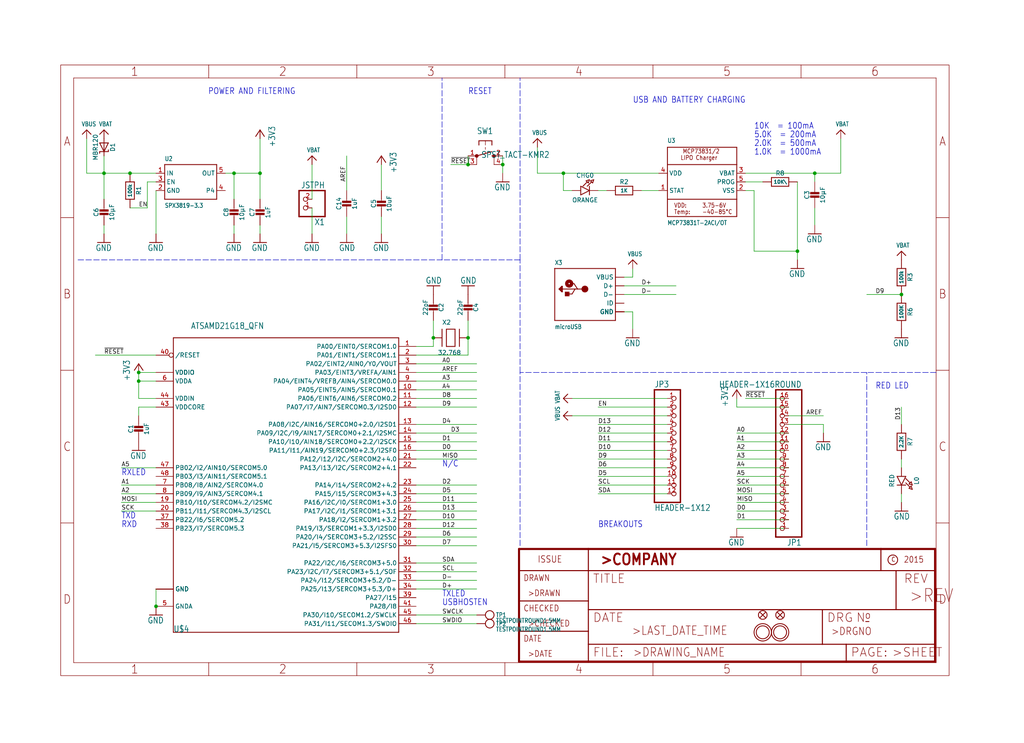
<source format=kicad_sch>
(kicad_sch (version 20211123) (generator eeschema)
  (paper "User" 300.076 217.881)
  (lib_symbols
    (symbol "eagleSchem-eagle-import:+3V3" (power)
      (property "Value" "+3V3" (at -2.54 -5.08 90))
      (symbol "+3V3_1_0"
        (pin power_in line (at 0 -2.54 90) (length 2.54) (name "+3V3") (number "1"))
      )
    )
    (symbol "eagleSchem-eagle-import:ATSAMD21J_QFN"
      (property "Value" "ATSAMD21J_QFN" (at -15.24 40.64 0))
      (symbol "ATSAMD21J_QFN_1_0"
        (pin bidirectional line (at 50.8 35.56 180) (length 5.08) (name "PA00/EINT0/SERCOM1.0") (number "1"))
        (pin bidirectional line (at 50.8 22.86 180) (length 5.08) (name "PA05/EINT5/AIN5/SERCOM0.1") (number "10"))
        (pin bidirectional line (at 50.8 20.32 180) (length 5.08) (name "PA06/EINT6/AIN6/SERCOM0.2") (number "11"))
        (pin bidirectional line (at 50.8 17.78 180) (length 5.08) (name "PA07/I7/AIN7/SERCOM0.3/I2SD0") (number "12"))
        (pin bidirectional line (at 50.8 12.7 180) (length 5.08) (name "PA08/I2C/AIN16/SERCOM0+2.0/I2SD1") (number "13"))
        (pin bidirectional line (at 50.8 10.16 180) (length 5.08) (name "PA09/I2C/I9/AIN17/SERCOM0+2.1/I2SMC") (number "14"))
        (pin bidirectional line (at 50.8 7.62 180) (length 5.08) (name "PA10/I10/AIN18/SERCOM0+2.2/I2SCK") (number "15"))
        (pin bidirectional line (at 50.8 5.08 180) (length 5.08) (name "PA11/I11/AIN19/SERCOM0+2.3/I2SF0") (number "16"))
        (pin power_in line (at -25.4 27.94 0) (length 5.08) (name "VDDIO") (number "17"))
        (pin power_in line (at -25.4 -35.56 0) (length 5.08) (name "GND") (number "18"))
        (pin bidirectional line (at -25.4 -10.16 0) (length 5.08) (name "PB10/I10/SERCOM4.2/I2SMC") (number "19"))
        (pin bidirectional line (at 50.8 33.02 180) (length 5.08) (name "PA01/EINT1/SERCOM1.1") (number "2"))
        (pin bidirectional line (at -25.4 -12.7 0) (length 5.08) (name "PB11/I11/SERCOM4.3/I2SCL") (number "20"))
        (pin bidirectional line (at 50.8 2.54 180) (length 5.08) (name "PA12/I12/I2C/SERCOM2+4.0") (number "21"))
        (pin bidirectional line (at 50.8 0 180) (length 5.08) (name "PA13/I13/I2C/SERCOM2+4.1") (number "22"))
        (pin bidirectional line (at 50.8 -5.08 180) (length 5.08) (name "PA14/I14/SERCOM2+4.2") (number "23"))
        (pin bidirectional line (at 50.8 -7.62 180) (length 5.08) (name "PA15/I15/SERCOM3+4.3") (number "24"))
        (pin bidirectional line (at 50.8 -10.16 180) (length 5.08) (name "PA16/I2C/I0/SERCOM1+3.0") (number "25"))
        (pin bidirectional line (at 50.8 -12.7 180) (length 5.08) (name "PA17/I2C/I1/SERCOM1+3.1") (number "26"))
        (pin bidirectional line (at 50.8 -15.24 180) (length 5.08) (name "PA18/I2/SERCOM1+3.2") (number "27"))
        (pin bidirectional line (at 50.8 -17.78 180) (length 5.08) (name "PA19/I3/SERCOM1+3.3/I2SD0") (number "28"))
        (pin bidirectional line (at 50.8 -20.32 180) (length 5.08) (name "PA20/I4/SERCOM3+5.2/I2SSC") (number "29"))
        (pin bidirectional line (at 50.8 30.48 180) (length 5.08) (name "PA02/EINT2/AIN0/Y0/VOUT") (number "3"))
        (pin bidirectional line (at 50.8 -22.86 180) (length 5.08) (name "PA21/I5/SERCOM3+5.3/I2SFS0") (number "30"))
        (pin bidirectional line (at 50.8 -27.94 180) (length 5.08) (name "PA22/I2C/I6/SERCOM3+5.0") (number "31"))
        (pin bidirectional line (at 50.8 -30.48 180) (length 5.08) (name "PA23/I2C/I7/SERCOM3+5.1/SOF") (number "32"))
        (pin bidirectional line (at 50.8 -33.02 180) (length 5.08) (name "PA24/I12/SERCOM3+5.2/D-") (number "33"))
        (pin bidirectional line (at 50.8 -35.56 180) (length 5.08) (name "PA25/I13/SERCOM3+5.3/D+") (number "34"))
        (pin power_in line (at -25.4 -35.56 0) (length 5.08) (name "GND") (number "35"))
        (pin power_in line (at -25.4 27.94 0) (length 5.08) (name "VDDIO") (number "36"))
        (pin bidirectional line (at -25.4 -15.24 0) (length 5.08) (name "PB22/I6/SERCOM5.2") (number "37"))
        (pin bidirectional line (at -25.4 -17.78 0) (length 5.08) (name "PB23/I7/SERCOM5.3") (number "38"))
        (pin bidirectional line (at 50.8 -38.1 180) (length 5.08) (name "PA27/I15") (number "39"))
        (pin bidirectional line (at 50.8 27.94 180) (length 5.08) (name "PA03/EINT3/VREFA/AIN1") (number "4"))
        (pin bidirectional inverted (at -25.4 33.02 0) (length 5.08) (name "/RESET") (number "40"))
        (pin bidirectional line (at 50.8 -40.64 180) (length 5.08) (name "PA28/I8") (number "41"))
        (pin power_in line (at -25.4 -35.56 0) (length 5.08) (name "GND") (number "42"))
        (pin power_in line (at -25.4 17.78 0) (length 5.08) (name "VDDCORE") (number "43"))
        (pin power_in line (at -25.4 20.32 0) (length 5.08) (name "VDDIN") (number "44"))
        (pin bidirectional line (at 50.8 -43.18 180) (length 5.08) (name "PA30/I10/SECOM1.2/SWCLK") (number "45"))
        (pin bidirectional line (at 50.8 -45.72 180) (length 5.08) (name "PA31/I11/SECOM1.3/SWDIO") (number "46"))
        (pin bidirectional line (at -25.4 0 0) (length 5.08) (name "PB02/I2/AIN10/SERCOM5.0") (number "47"))
        (pin bidirectional line (at -25.4 -2.54 0) (length 5.08) (name "PB03/I3/AIN11/SERCOM5.1") (number "48"))
        (pin power_in line (at -25.4 -40.64 0) (length 5.08) (name "GNDA") (number "5"))
        (pin power_in line (at -25.4 25.4 0) (length 5.08) (name "VDDA") (number "6"))
        (pin bidirectional line (at -25.4 -5.08 0) (length 5.08) (name "PB08/I8/AIN2/SERCOM4.0") (number "7"))
        (pin bidirectional line (at -25.4 -7.62 0) (length 5.08) (name "PB09/I9/AIN3/SERCOM4.1") (number "8"))
        (pin bidirectional line (at 50.8 25.4 180) (length 5.08) (name "PA04/EINT4/VREFB/AIN4/SERCOM0.0") (number "9"))
        (pin power_in line (at -25.4 -35.56 0) (length 5.08) (name "GND") (number "THERMAL"))
      )
    )
    (symbol "eagleSchem-eagle-import:CAP_CERAMIC0603_NO"
      (property "Reference" "C" (at -2.29 1.25 90))
      (property "Value" "CAP_CERAMIC0603_NO" (at 2.3 1.25 90))
      (symbol "CAP_CERAMIC0603_NO_1_0"
        (pin passive line (at 0 5.08 270) (length 2.54) (name "1") (number "1"))
        (pin passive line (at 0 -2.54 90) (length 2.54) (name "2") (number "2"))
      )
    )
    (symbol "eagleSchem-eagle-import:CAP_CERAMIC0805-NOOUTLINE"
      (property "Reference" "C" (at -2.29 1.25 90))
      (property "Value" "CAP_CERAMIC0805-NOOUTLINE" (at 2.3 1.25 90))
      (symbol "CAP_CERAMIC0805-NOOUTLINE_1_0"
        (pin passive line (at 0 5.08 270) (length 2.54) (name "1") (number "1"))
        (pin passive line (at 0 -2.54 90) (length 2.54) (name "2") (number "2"))
      )
    )
    (symbol "eagleSchem-eagle-import:CON_JST_PH_2PIN"
      (property "Reference" "X" (at -6.35 5.715 0))
      (property "Value" "CON_JST_PH_2PIN" (at -6.35 -5.08 0))
      (symbol "CON_JST_PH_2PIN_1_0"
        (pin passive inverted (at -2.54 2.54 0) (length 2.54) (name "1") (number "1"))
        (pin passive inverted (at -2.54 0 0) (length 2.54) (name "2") (number "2"))
      )
    )
    (symbol "eagleSchem-eagle-import:DIODE-SCHOTTKYSOD-123"
      (property "Reference" "D" (at 0 2.54 0))
      (property "Value" "DIODE-SCHOTTKYSOD-123" (at 0 -2.5 0))
      (symbol "DIODE-SCHOTTKYSOD-123_1_0"
        (pin passive line (at -2.54 0 0) (length 2.54) (name "A") (number "A"))
        (pin passive line (at 2.54 0 180) (length 2.54) (name "C") (number "C"))
      )
    )
    (symbol "eagleSchem-eagle-import:FIDUCIAL{dblquote}{dblquote}")
    (symbol "eagleSchem-eagle-import:FRAME_A4"
      (symbol "FRAME_A4_1_0"
        (text "1" (at 21.6958 1.905 0) (effects (font (size 2.54 2.286))))
        (text "1" (at 21.6958 177.165 0) (effects (font (size 2.54 2.286))))
        (text "2" (at 65.0875 1.905 0) (effects (font (size 2.54 2.286))))
        (text "2" (at 65.0875 177.165 0) (effects (font (size 2.54 2.286))))
        (text "3" (at 108.4792 1.905 0) (effects (font (size 2.54 2.286))))
        (text "3" (at 108.4792 177.165 0) (effects (font (size 2.54 2.286))))
        (text "4" (at 151.8708 1.905 0) (effects (font (size 2.54 2.286))))
        (text "4" (at 151.8708 177.165 0) (effects (font (size 2.54 2.286))))
        (text "5" (at 195.2625 1.905 0) (effects (font (size 2.54 2.286))))
        (text "5" (at 195.2625 177.165 0) (effects (font (size 2.54 2.286))))
        (text "6" (at 238.6542 1.905 0) (effects (font (size 2.54 2.286))))
        (text "6" (at 238.6542 177.165 0) (effects (font (size 2.54 2.286))))
        (text "A" (at 1.905 156.6863 0) (effects (font (size 2.54 2.286))))
        (text "A" (at 258.445 156.6863 0) (effects (font (size 2.54 2.286))))
        (text "B" (at 1.905 111.9188 0) (effects (font (size 2.54 2.286))))
        (text "B" (at 258.445 111.9188 0) (effects (font (size 2.54 2.286))))
        (text "C" (at 1.905 67.1513 0) (effects (font (size 2.54 2.286))))
        (text "C" (at 258.445 67.1513 0) (effects (font (size 2.54 2.286))))
        (text "D" (at 1.905 22.3838 0) (effects (font (size 2.54 2.286))))
        (text "D" (at 258.445 22.3838 0) (effects (font (size 2.54 2.286))))
      )
      (symbol "FRAME_A4_2_0"
        (text "2015" (at 112.4077 30.4673 0) (effects (font (size 1.778 1.5113)) (justify left bottom)))
        (text ">CHECKED" (at 2.2352 11.7348 0) (effects (font (size 1.778 1.5113)) (justify left bottom)))
        (text ">COMPANY" (at 23.349 29.6735 0) (effects (font (size 3.175 2.6987) (thickness 0.5397) bold) (justify left bottom)))
        (text ">DATE" (at 2.2352 2.8448 0) (effects (font (size 1.778 1.5113)) (justify left bottom)))
        (text ">DRAWING_NAME" (at 33.0327 2.8448 0) (effects (font (size 2.54 2.159)) (justify left bottom)))
        (text ">DRAWN" (at 2.2352 20.6248 0) (effects (font (size 1.778 1.5113)) (justify left bottom)))
        (text ">DRGNO" (at 91.1352 9.1948 0) (effects (font (size 2.1844 1.8567)) (justify left bottom)))
        (text ">LAST_DATE_TIME" (at 32.7152 9.1948 0) (effects (font (size 2.54 2.159)) (justify left bottom)))
        (text ">REV" (at 113.9952 18.7198 0) (effects (font (size 3.81 3.2385)) (justify left bottom)))
        (text ">SHEET" (at 108.9152 2.8448 0) (effects (font (size 2.54 2.54)) (justify left bottom)))
        (text "C" (at 108.7564 30.7848 0) (effects (font (size 1.27 1.0795)) (justify left bottom)))
        (text "CHECKED" (at 0.9652 16.1798 0) (effects (font (size 1.778 1.5113)) (justify left bottom)))
        (text "DATE" (at 0.9652 7.2898 0) (effects (font (size 1.778 1.5113)) (justify left bottom)))
        (text "DATE" (at 21.2852 13.0048 0) (effects (font (size 2.54 2.54)) (justify left bottom)))
        (text "DRAWN" (at 0.9652 25.0698 0) (effects (font (size 1.778 1.5113)) (justify left bottom)))
        (text "DRG" (at 89.8652 13.0048 0) (effects (font (size 2.54 2.54)) (justify left bottom)))
        (text "FILE:" (at 21.2852 2.8448 0) (effects (font (size 2.54 2.54)) (justify left bottom)))
        (text "ISSUE" (at 5.0927 30.4673 0) (effects (font (size 1.9304 1.6408)) (justify left bottom)))
        (text "N" (at 98.4377 13.0048 0) (effects (font (size 2.54 2.54)) (justify left bottom)))
        (text "o" (at 100.9777 13.9573 0) (effects (font (size 2.1844 1.8567)) (justify left bottom)))
        (text "PAGE:" (at 96.8502 2.8448 0) (effects (font (size 2.54 2.54)) (justify left bottom)))
        (text "REV" (at 112.4077 24.4348 0) (effects (font (size 2.54 2.54)) (justify left bottom)))
        (text "TITLE" (at 21.2852 24.4348 0) (effects (font (size 2.54 2.54)) (justify left bottom)))
      )
    )
    (symbol "eagleSchem-eagle-import:GND" (power)
      (property "Value" "GND" (at -2.54 -2.54 0))
      (symbol "GND_1_0"
        (pin power_in line (at 0 2.54 270) (length 2.54) (name "GND") (number "1"))
      )
    )
    (symbol "eagleSchem-eagle-import:HEADER-1X12"
      (property "Reference" "JP" (at -6.35 18.415 0))
      (property "Value" "HEADER-1X12" (at -6.35 -17.78 0))
      (symbol "HEADER-1X12_1_0"
        (pin passive inverted (at -2.54 15.24 0) (length 2.54) (name "1") (number "1"))
        (pin passive inverted (at -2.54 -7.62 0) (length 2.54) (name "10") (number "10"))
        (pin passive inverted (at -2.54 -10.16 0) (length 2.54) (name "11") (number "11"))
        (pin passive inverted (at -2.54 -12.7 0) (length 2.54) (name "12") (number "12"))
        (pin passive inverted (at -2.54 12.7 0) (length 2.54) (name "2") (number "2"))
        (pin passive inverted (at -2.54 10.16 0) (length 2.54) (name "3") (number "3"))
        (pin passive inverted (at -2.54 7.62 0) (length 2.54) (name "4") (number "4"))
        (pin passive inverted (at -2.54 5.08 0) (length 2.54) (name "5") (number "5"))
        (pin passive inverted (at -2.54 2.54 0) (length 2.54) (name "6") (number "6"))
        (pin passive inverted (at -2.54 0 0) (length 2.54) (name "7") (number "7"))
        (pin passive inverted (at -2.54 -2.54 0) (length 2.54) (name "8") (number "8"))
        (pin passive inverted (at -2.54 -5.08 0) (length 2.54) (name "9") (number "9"))
      )
    )
    (symbol "eagleSchem-eagle-import:HEADER-1X16ROUND"
      (property "Reference" "JP" (at -6.35 20.955 0))
      (property "Value" "HEADER-1X16ROUND" (at -6.35 -25.4 0))
      (symbol "HEADER-1X16ROUND_1_0"
        (pin passive inverted (at -2.54 17.78 0) (length 2.54) (name "1") (number "1"))
        (pin passive inverted (at -2.54 -5.08 0) (length 2.54) (name "10") (number "10"))
        (pin passive inverted (at -2.54 -7.62 0) (length 2.54) (name "11") (number "11"))
        (pin passive inverted (at -2.54 -10.16 0) (length 2.54) (name "12") (number "12"))
        (pin passive inverted (at -2.54 -12.7 0) (length 2.54) (name "13") (number "13"))
        (pin passive inverted (at -2.54 -15.24 0) (length 2.54) (name "14") (number "14"))
        (pin passive inverted (at -2.54 -17.78 0) (length 2.54) (name "15") (number "15"))
        (pin passive inverted (at -2.54 -20.32 0) (length 2.54) (name "16") (number "16"))
        (pin passive inverted (at -2.54 15.24 0) (length 2.54) (name "2") (number "2"))
        (pin passive inverted (at -2.54 12.7 0) (length 2.54) (name "3") (number "3"))
        (pin passive inverted (at -2.54 10.16 0) (length 2.54) (name "4") (number "4"))
        (pin passive inverted (at -2.54 7.62 0) (length 2.54) (name "5") (number "5"))
        (pin passive inverted (at -2.54 5.08 0) (length 2.54) (name "6") (number "6"))
        (pin passive inverted (at -2.54 2.54 0) (length 2.54) (name "7") (number "7"))
        (pin passive inverted (at -2.54 0 0) (length 2.54) (name "8") (number "8"))
        (pin passive inverted (at -2.54 -2.54 0) (length 2.54) (name "9") (number "9"))
      )
    )
    (symbol "eagleSchem-eagle-import:LED0805_NOOUTLINE"
      (property "Reference" "D" (at -1.27 4.445 0))
      (property "Value" "LED0805_NOOUTLINE" (at -1.27 -2.794 0))
      (symbol "LED0805_NOOUTLINE_1_0"
        (pin passive line (at -5.08 0 0) (length 2.54) (name "A") (number "A"))
        (pin passive line (at 2.54 0 180) (length 2.54) (name "C") (number "C"))
      )
    )
    (symbol "eagleSchem-eagle-import:MCP73831{slash}2"
      (property "Reference" "U" (at -10.16 11.43 0))
      (property "Value" "MCP73831{slash}2" (at -10.16 -12.7 0))
      (symbol "MCP73831{slash}2_1_0"
        (text "-40-85°C" (at 0 -9.525 0) (effects (font (size 1.27 1.0795)) (justify left bottom)))
        (text "3.75-6V" (at 0 -7.62 0) (effects (font (size 1.27 1.0795)) (justify left bottom)))
        (text "LIPO Charger" (at -6.35 6.35 0) (effects (font (size 1.27 1.0795)) (justify left bottom)))
        (text "MCP73831/2" (at -5.715 8.255 0) (effects (font (size 1.27 1.0795)) (justify left bottom)))
        (text "Temp:" (at -8.255 -9.525 0) (effects (font (size 1.27 1.0795)) (justify left bottom)))
        (text "VDD:" (at -8.255 -7.62 0) (effects (font (size 1.27 1.0795)) (justify left bottom)))
        (pin output line (at -12.7 -2.54 0) (length 2.54) (name "STAT") (number "1"))
        (pin power_in line (at 12.7 -2.54 180) (length 2.54) (name "VSS") (number "2"))
        (pin power_in line (at 12.7 2.54 180) (length 2.54) (name "VBAT") (number "3"))
        (pin power_in line (at -12.7 2.54 0) (length 2.54) (name "VDD") (number "4"))
        (pin input line (at 12.7 0 180) (length 2.54) (name "PROG") (number "5"))
      )
    )
    (symbol "eagleSchem-eagle-import:MOUNTINGHOLE2.5")
    (symbol "eagleSchem-eagle-import:RESISTOR_0603_NOOUT"
      (property "Reference" "R" (at 0 2.54 0))
      (property "Value" "RESISTOR_0603_NOOUT" (at 0 0 0))
      (symbol "RESISTOR_0603_NOOUT_1_0"
        (pin passive line (at -5.08 0 0) (length 2.54) (name "1") (number "1"))
        (pin passive line (at 5.08 0 180) (length 2.54) (name "2") (number "2"))
      )
    )
    (symbol "eagleSchem-eagle-import:SPST_TACT-KMR2"
      (property "Reference" "SW" (at -6.35 -2.54 90))
      (property "Value" "SPST_TACT-KMR2" (at -3.81 3.175 90))
      (symbol "SPST_TACT-KMR2_1_0"
        (pin passive line (at 0 -5.08 90) (length 2.54) (name "P") (number "1"))
        (pin passive line (at 0 5.08 270) (length 2.54) (name "S") (number "2"))
        (pin passive line (at 2.54 -5.08 90) (length 2.54) (name "P1") (number "3"))
        (pin passive line (at 2.54 5.08 270) (length 2.54) (name "S1") (number "4"))
      )
    )
    (symbol "eagleSchem-eagle-import:TESTPOINTROUND1.5MM"
      (property "Reference" "TP" (at 0 5.588 90))
      (property "Value" "TESTPOINTROUND1.5MM" (at 1.651 5.588 90))
      (symbol "TESTPOINTROUND1.5MM_1_0"
        (pin bidirectional line (at 0 0 90) (length 2.54) (name "P$1") (number "P$1"))
      )
    )
    (symbol "eagleSchem-eagle-import:USB_MICRO_20329_V2"
      (property "Reference" "X" (at -10.16 8.636 0))
      (property "Value" "USB_MICRO_20329_V2" (at -10.16 -10.16 0))
      (symbol "USB_MICRO_20329_V2_1_0"
        (pin power_in line (at 10.16 -5.08 180) (length 2.54) (name "GND") (number "BASE@1"))
        (pin power_in line (at 10.16 -5.08 180) (length 2.54) (name "GND") (number "BASE@2"))
        (pin bidirectional line (at 10.16 2.54 180) (length 2.54) (name "D+") (number "D+"))
        (pin bidirectional line (at 10.16 0 180) (length 2.54) (name "D-") (number "D-"))
        (pin power_in line (at 10.16 -5.08 180) (length 2.54) (name "GND") (number "GND"))
        (pin bidirectional line (at 10.16 -2.54 180) (length 2.54) (name "ID") (number "ID"))
        (pin power_in line (at 10.16 -5.08 180) (length 2.54) (name "GND") (number "SPRT@1"))
        (pin power_in line (at 10.16 -5.08 180) (length 2.54) (name "GND") (number "SPRT@2"))
        (pin power_in line (at 10.16 -5.08 180) (length 2.54) (name "GND") (number "SPRT@3"))
        (pin power_in line (at 10.16 -5.08 180) (length 2.54) (name "GND") (number "SPRT@4"))
        (pin power_in line (at 10.16 5.08 180) (length 2.54) (name "VBUS") (number "VBUS"))
      )
    )
    (symbol "eagleSchem-eagle-import:VBAT" (power)
      (property "Value" "VBAT" (at -1.524 1.016 0))
      (symbol "VBAT_1_0"
        (pin power_in line (at 0 -2.54 90) (length 2.54) (name "VBAT") (number "1"))
      )
    )
    (symbol "eagleSchem-eagle-import:VBUS" (power)
      (property "Value" "VBUS" (at -1.524 1.016 0))
      (symbol "VBUS_1_0"
        (pin power_in line (at 0 -2.54 90) (length 2.54) (name "VBUS") (number "1"))
      )
    )
    (symbol "eagleSchem-eagle-import:VREG_SOT23-5"
      (property "Reference" "U" (at -7.62 6.096 0))
      (property "Value" "VREG_SOT23-5" (at -7.62 -7.62 0))
      (symbol "VREG_SOT23-5_1_0"
        (pin power_in line (at -10.16 2.54 0) (length 2.54) (name "IN") (number "1"))
        (pin power_in line (at -10.16 -2.54 0) (length 2.54) (name "GND") (number "2"))
        (pin input line (at -10.16 0 0) (length 2.54) (name "EN") (number "3"))
        (pin bidirectional line (at 10.16 -2.54 180) (length 2.54) (name "P4") (number "4"))
        (pin power_in line (at 10.16 2.54 180) (length 2.54) (name "OUT") (number "5"))
      )
    )
    (symbol "eagleSchem-eagle-import:XTAL-3.2X1.5"
      (property "Reference" "X" (at -2.54 3.81 0))
      (property "Value" "XTAL-3.2X1.5" (at -3.81 -5.08 0))
      (symbol "XTAL-3.2X1.5_1_0"
        (pin bidirectional line (at -5.08 0 0) (length 2.54) (name "P$1") (number "P$1"))
        (pin bidirectional line (at 5.08 0 180) (length 2.54) (name "P$2") (number "P$2"))
      )
    )
  )
  (junction (at 38.1 50.8))
  (junction (at 127 99.06))
  (junction (at 233.68 73.66))
  (junction (at 68.58 50.8))
  (junction (at 40.64 109.22))
  (junction (at 76.2 50.8))
  (junction (at 137.16 99.06))
  (junction (at 147.32 48.26))
  (junction (at 30.48 50.8))
  (junction (at 40.64 111.76))
  (junction (at 238.76 50.8))
  (junction (at 137.16 48.26))
  (junction (at 264.16 86.36))
  (junction (at 165.1 50.8))
  (junction (at 45.72 177.8))
  (wire (pts (xy 139.7 144.78) (xy 121.92 144.78)))
  (wire (pts (xy 139.7 124.46) (xy 121.92 124.46)))
  (wire (pts (xy 167.64 55.88) (xy 165.1 55.88)))
  (wire (pts (xy 195.58 121.92) (xy 167.64 121.92)))
  (wire (pts (xy 45.72 119.38) (xy 40.64 119.38)))
  (wire (pts (xy 175.26 119.38) (xy 195.58 119.38)))
  (wire (pts (xy 175.26 132.08) (xy 195.58 132.08)))
  (wire (pts (xy 132.08 48.26) (xy 137.16 48.26)))
  (wire (pts (xy 231.14 116.84) (xy 218.44 116.84)))
  (wire (pts (xy 185.42 81.28) (xy 185.42 78.74)))
  (wire (pts (xy 121.92 165.1) (xy 139.7 165.1)))
  (wire (pts (xy 238.76 50.8) (xy 218.44 50.8)))
  (wire (pts (xy 195.58 139.7) (xy 175.26 139.7)))
  (wire (pts (xy 111.76 68.58) (xy 111.76 63.5)))
  (wire (pts (xy 218.44 55.88) (xy 220.98 55.88)))
  (polyline (pts (xy 22.86 76.2) (xy 129.54 76.2)))
  (wire (pts (xy 198.12 86.36) (xy 182.88 86.36)))
  (wire (pts (xy 137.16 104.14) (xy 137.16 99.06)))
  (wire (pts (xy 231.14 149.86) (xy 215.9 149.86)))
  (wire (pts (xy 231.14 124.46) (xy 241.3 124.46)))
  (wire (pts (xy 45.72 55.88) (xy 45.72 68.58)))
  (wire (pts (xy 101.6 63.5) (xy 101.6 68.58)))
  (wire (pts (xy 139.7 182.88) (xy 121.92 182.88)))
  (wire (pts (xy 121.92 129.54) (xy 139.7 129.54)))
  (wire (pts (xy 264.16 144.78) (xy 264.16 147.32)))
  (wire (pts (xy 30.48 66.04) (xy 30.48 68.58)))
  (wire (pts (xy 215.9 119.38) (xy 231.14 119.38)))
  (wire (pts (xy 165.1 55.88) (xy 165.1 50.8)))
  (wire (pts (xy 215.9 147.32) (xy 231.14 147.32)))
  (wire (pts (xy 195.58 134.62) (xy 175.26 134.62)))
  (wire (pts (xy 121.92 127) (xy 139.7 127)))
  (polyline (pts (xy 152.4 109.22) (xy 152.4 76.2)))
  (polyline (pts (xy 129.54 76.2) (xy 129.54 22.86)))
  (wire (pts (xy 68.58 50.8) (xy 76.2 50.8)))
  (wire (pts (xy 215.9 154.94) (xy 231.14 154.94)))
  (wire (pts (xy 195.58 129.54) (xy 175.26 129.54)))
  (wire (pts (xy 121.92 157.48) (xy 139.7 157.48)))
  (wire (pts (xy 175.26 137.16) (xy 195.58 137.16)))
  (wire (pts (xy 220.98 73.66) (xy 233.68 73.66)))
  (wire (pts (xy 121.92 109.22) (xy 139.7 109.22)))
  (wire (pts (xy 182.88 83.82) (xy 198.12 83.82)))
  (polyline (pts (xy 152.4 76.2) (xy 152.4 22.86)))
  (wire (pts (xy 101.6 55.88) (xy 101.6 45.72)))
  (wire (pts (xy 182.88 81.28) (xy 185.42 81.28)))
  (wire (pts (xy 121.92 134.62) (xy 139.7 134.62)))
  (wire (pts (xy 30.48 50.8) (xy 30.48 58.42)))
  (wire (pts (xy 121.92 116.84) (xy 139.7 116.84)))
  (wire (pts (xy 43.18 60.96) (xy 43.18 53.34)))
  (polyline (pts (xy 254 160.02) (xy 254 109.22)))
  (wire (pts (xy 195.58 124.46) (xy 175.26 124.46)))
  (wire (pts (xy 121.92 154.94) (xy 139.7 154.94)))
  (wire (pts (xy 45.72 147.32) (xy 35.56 147.32)))
  (wire (pts (xy 30.48 45.72) (xy 30.48 50.8)))
  (wire (pts (xy 40.64 116.84) (xy 40.64 111.76)))
  (wire (pts (xy 175.26 127) (xy 195.58 127)))
  (wire (pts (xy 231.14 142.24) (xy 215.9 142.24)))
  (polyline (pts (xy 274.32 109.22) (xy 254 109.22)))
  (wire (pts (xy 238.76 53.34) (xy 238.76 50.8)))
  (wire (pts (xy 220.98 55.88) (xy 220.98 73.66)))
  (wire (pts (xy 215.9 139.7) (xy 231.14 139.7)))
  (wire (pts (xy 38.1 60.96) (xy 43.18 60.96)))
  (wire (pts (xy 40.64 119.38) (xy 40.64 121.92)))
  (wire (pts (xy 127 101.6) (xy 127 99.06)))
  (wire (pts (xy 121.92 101.6) (xy 127 101.6)))
  (polyline (pts (xy 254 109.22) (xy 152.4 109.22)))
  (wire (pts (xy 35.56 144.78) (xy 45.72 144.78)))
  (wire (pts (xy 231.14 144.78) (xy 215.9 144.78)))
  (wire (pts (xy 121.92 119.38) (xy 139.7 119.38)))
  (wire (pts (xy 246.38 40.64) (xy 246.38 50.8)))
  (wire (pts (xy 35.56 149.86) (xy 45.72 149.86)))
  (wire (pts (xy 137.16 99.06) (xy 137.16 93.98)))
  (wire (pts (xy 45.72 116.84) (xy 40.64 116.84)))
  (wire (pts (xy 121.92 111.76) (xy 139.7 111.76)))
  (wire (pts (xy 238.76 50.8) (xy 246.38 50.8)))
  (wire (pts (xy 231.14 127) (xy 215.9 127)))
  (wire (pts (xy 45.72 137.16) (xy 35.56 137.16)))
  (wire (pts (xy 264.16 86.36) (xy 254 86.36)))
  (wire (pts (xy 264.16 134.62) (xy 264.16 137.16)))
  (wire (pts (xy 121.92 149.86) (xy 139.7 149.86)))
  (wire (pts (xy 233.68 53.34) (xy 233.68 73.66)))
  (wire (pts (xy 215.9 152.4) (xy 231.14 152.4)))
  (wire (pts (xy 76.2 50.8) (xy 76.2 40.64)))
  (wire (pts (xy 139.7 152.4) (xy 121.92 152.4)))
  (wire (pts (xy 165.1 50.8) (xy 193.04 50.8)))
  (wire (pts (xy 185.42 91.44) (xy 185.42 96.52)))
  (wire (pts (xy 76.2 66.04) (xy 76.2 68.58)))
  (wire (pts (xy 215.9 116.84) (xy 215.9 119.38)))
  (wire (pts (xy 45.72 50.8) (xy 38.1 50.8)))
  (wire (pts (xy 111.76 55.88) (xy 111.76 48.26)))
  (wire (pts (xy 45.72 142.24) (xy 35.56 142.24)))
  (wire (pts (xy 147.32 45.72) (xy 147.32 48.26)))
  (wire (pts (xy 25.4 50.8) (xy 30.48 50.8)))
  (wire (pts (xy 218.44 53.34) (xy 223.52 53.34)))
  (wire (pts (xy 127 93.98) (xy 127 99.06)))
  (wire (pts (xy 139.7 114.3) (xy 121.92 114.3)))
  (wire (pts (xy 91.44 68.58) (xy 91.44 60.96)))
  (wire (pts (xy 25.4 40.64) (xy 25.4 50.8)))
  (wire (pts (xy 121.92 104.14) (xy 137.16 104.14)))
  (wire (pts (xy 121.92 170.18) (xy 139.7 170.18)))
  (wire (pts (xy 175.26 144.78) (xy 195.58 144.78)))
  (wire (pts (xy 157.48 43.18) (xy 157.48 50.8)))
  (wire (pts (xy 231.14 121.92) (xy 241.3 121.92)))
  (wire (pts (xy 157.48 50.8) (xy 165.1 50.8)))
  (polyline (pts (xy 152.4 76.2) (xy 129.54 76.2)))
  (wire (pts (xy 76.2 50.8) (xy 76.2 58.42)))
  (wire (pts (xy 264.16 124.46) (xy 264.16 119.38)))
  (wire (pts (xy 121.92 147.32) (xy 139.7 147.32)))
  (wire (pts (xy 175.26 55.88) (xy 177.8 55.88)))
  (wire (pts (xy 121.92 106.68) (xy 139.7 106.68)))
  (wire (pts (xy 68.58 66.04) (xy 68.58 68.58)))
  (wire (pts (xy 167.64 116.84) (xy 195.58 116.84)))
  (wire (pts (xy 45.72 104.14) (xy 27.94 104.14)))
  (wire (pts (xy 45.72 109.22) (xy 40.64 109.22)))
  (polyline (pts (xy 152.4 160.02) (xy 152.4 109.22)))
  (wire (pts (xy 137.16 48.26) (xy 137.16 45.72)))
  (wire (pts (xy 121.92 142.24) (xy 139.7 142.24)))
  (wire (pts (xy 45.72 172.72) (xy 45.72 177.8)))
  (wire (pts (xy 147.32 50.8) (xy 147.32 48.26)))
  (wire (pts (xy 215.9 134.62) (xy 231.14 134.62)))
  (wire (pts (xy 121.92 160.02) (xy 139.7 160.02)))
  (wire (pts (xy 231.14 132.08) (xy 215.9 132.08)))
  (wire (pts (xy 139.7 172.72) (xy 121.92 172.72)))
  (wire (pts (xy 38.1 50.8) (xy 30.48 50.8)))
  (wire (pts (xy 66.04 50.8) (xy 68.58 50.8)))
  (wire (pts (xy 139.7 132.08) (xy 121.92 132.08)))
  (wire (pts (xy 215.9 129.54) (xy 231.14 129.54)))
  (wire (pts (xy 241.3 124.46) (xy 241.3 127)))
  (wire (pts (xy 195.58 142.24) (xy 175.26 142.24)))
  (wire (pts (xy 121.92 180.34) (xy 139.7 180.34)))
  (wire (pts (xy 121.92 167.64) (xy 139.7 167.64)))
  (wire (pts (xy 187.96 55.88) (xy 193.04 55.88)))
  (wire (pts (xy 68.58 58.42) (xy 68.58 50.8)))
  (wire (pts (xy 233.68 73.66) (xy 233.68 76.2)))
  (wire (pts (xy 238.76 60.96) (xy 238.76 66.04)))
  (wire (pts (xy 45.72 111.76) (xy 40.64 111.76)))
  (wire (pts (xy 40.64 111.76) (xy 40.64 109.22)))
  (wire (pts (xy 91.44 48.26) (xy 91.44 58.42)))
  (wire (pts (xy 43.18 53.34) (xy 45.72 53.34)))
  (wire (pts (xy 231.14 137.16) (xy 215.9 137.16)))
  (wire (pts (xy 182.88 91.44) (xy 185.42 91.44)))
  (text "RED LED" (at 256.54 114.3 180) (effects (font (size 1.778 1.5113)) (justify left bottom)))
  (text "TXLED" (at 129.54 175.26 180) (effects (font (size 1.778 1.5113)) (justify left bottom)))
  (text "2.0K  = 500mA" (at 220.98 43.18 180) (effects (font (size 1.778 1.5113)) (justify left bottom)))
  (text "1.0K  = 1000mA" (at 220.98 45.72 180) (effects (font (size 1.778 1.5113)) (justify left bottom)))
  (text "USBHOSTEN" (at 129.54 177.8 180) (effects (font (size 1.778 1.5113)) (justify left bottom)))
  (text "RESET" (at 137.16 27.94 180) (effects (font (size 1.778 1.5113)) (justify left bottom)))
  (text "USB AND BATTERY CHARGING" (at 185.42 30.48 180) (effects (font (size 1.778 1.5113)) (justify left bottom)))
  (text "TXD" (at 35.56 152.4 180) (effects (font (size 1.778 1.5113)) (justify left bottom)))
  (text "RXLED" (at 35.56 139.7 180) (effects (font (size 1.778 1.5113)) (justify left bottom)))
  (text "10K  = 100mA" (at 220.98 38.1 180) (effects (font (size 1.778 1.5113)) (justify left bottom)))
  (text "POWER AND FILTERING" (at 60.96 27.94 180) (effects (font (size 1.778 1.5113)) (justify left bottom)))
  (text "5.0K  = 200mA" (at 220.98 40.64 180) (effects (font (size 1.778 1.5113)) (justify left bottom)))
  (text "RXD" (at 35.56 154.94 180) (effects (font (size 1.778 1.5113)) (justify left bottom)))
  (text "BREAKOUTS" (at 175.26 154.94 180) (effects (font (size 1.778 1.5113)) (justify left bottom)))
  (text "N/C" (at 129.54 137.16 180) (effects (font (size 1.778 1.5113)) (justify left bottom)))
  (label "SCK" (at 35.56 149.86 0) (effects (font (size 1.2446 1.2446))))
  (label "D9" (at 256.54 86.36 0) (effects (font (size 1.2446 1.2446))))
  (label "AREF" (at 129.54 109.22 0) (effects (font (size 1.2446 1.2446))))
  (label "SDA" (at 129.54 165.1 0) (effects (font (size 1.2446 1.2446))))
  (label "D+" (at 129.54 172.72 0) (effects (font (size 1.2446 1.2446))))
  (label "SCL" (at 175.26 142.24 0) (effects (font (size 1.2446 1.2446))))
  (label "D6" (at 175.26 137.16 0) (effects (font (size 1.2446 1.2446))))
  (label "SCK" (at 215.9 142.24 0) (effects (font (size 1.2446 1.2446))))
  (label "A1" (at 215.9 129.54 0) (effects (font (size 1.2446 1.2446))))
  (label "A4" (at 129.54 114.3 0) (effects (font (size 1.2446 1.2446))))
  (label "D10" (at 129.54 152.4 0) (effects (font (size 1.2446 1.2446))))
  (label "D+" (at 187.96 83.82 0) (effects (font (size 1.2446 1.2446))))
  (label "D9" (at 129.54 119.38 0) (effects (font (size 1.2446 1.2446))))
  (label "D12" (at 175.26 127 0) (effects (font (size 1.2446 1.2446))))
  (label "SCL" (at 129.54 167.64 0) (effects (font (size 1.2446 1.2446))))
  (label "D1" (at 215.9 152.4 0) (effects (font (size 1.2446 1.2446))))
  (label "EN" (at 40.64 60.96 0) (effects (font (size 1.2446 1.2446))))
  (label "A5" (at 35.56 137.16 0) (effects (font (size 1.2446 1.2446))))
  (label "D-" (at 187.96 86.36 0) (effects (font (size 1.2446 1.2446))))
  (label "AREF" (at 101.6 53.34 90) (effects (font (size 1.2446 1.2446))))
  (label "D9" (at 175.26 134.62 0) (effects (font (size 1.2446 1.2446))))
  (label "~{RESET}" (at 218.44 116.84 0) (effects (font (size 1.2446 1.2446))))
  (label "D0" (at 215.9 149.86 0) (effects (font (size 1.2446 1.2446))))
  (label "D7" (at 129.54 160.02 0) (effects (font (size 1.2446 1.2446))))
  (label "AREF" (at 236.22 121.92 0) (effects (font (size 1.2446 1.2446))))
  (label "D5" (at 129.54 144.78 0) (effects (font (size 1.2446 1.2446))))
  (label "D8" (at 129.54 116.84 0) (effects (font (size 1.2446 1.2446))))
  (label "D0" (at 129.54 132.08 0) (effects (font (size 1.2446 1.2446))))
  (label "A3" (at 215.9 134.62 0) (effects (font (size 1.2446 1.2446))))
  (label "~{RESET}" (at 30.48 104.14 0) (effects (font (size 1.2446 1.2446))))
  (label "SWDIO" (at 129.54 182.88 0) (effects (font (size 1.2446 1.2446))))
  (label "D4" (at 129.54 124.46 0) (effects (font (size 1.2446 1.2446))))
  (label "D6" (at 129.54 157.48 0) (effects (font (size 1.2446 1.2446))))
  (label "MOSI" (at 215.9 144.78 0) (effects (font (size 1.2446 1.2446))))
  (label "D11" (at 129.54 147.32 0) (effects (font (size 1.2446 1.2446))))
  (label "MISO" (at 129.54 134.62 0) (effects (font (size 1.2446 1.2446))))
  (label "D12" (at 129.54 154.94 0) (effects (font (size 1.2446 1.2446))))
  (label "A0" (at 129.54 106.68 0) (effects (font (size 1.2446 1.2446))))
  (label "A0" (at 215.9 127 0) (effects (font (size 1.2446 1.2446))))
  (label "D2" (at 129.54 142.24 0) (effects (font (size 1.2446 1.2446))))
  (label "D13" (at 264.16 119.38 270) (effects (font (size 1.2446 1.2446))))
  (label "D10" (at 175.26 132.08 0) (effects (font (size 1.2446 1.2446))))
  (label "EN" (at 175.26 119.38 0) (effects (font (size 1.2446 1.2446))))
  (label "D13" (at 175.26 124.46 0) (effects (font (size 1.2446 1.2446))))
  (label "A1" (at 35.56 142.24 0) (effects (font (size 1.2446 1.2446))))
  (label "MISO" (at 215.9 147.32 0) (effects (font (size 1.2446 1.2446))))
  (label "A2" (at 215.9 132.08 0) (effects (font (size 1.2446 1.2446))))
  (label "D-" (at 129.54 170.18 0) (effects (font (size 1.2446 1.2446))))
  (label "SDA" (at 175.26 144.78 0) (effects (font (size 1.2446 1.2446))))
  (label "D13" (at 129.54 149.86 0) (effects (font (size 1.2446 1.2446))))
  (label "D5" (at 175.26 139.7 0) (effects (font (size 1.2446 1.2446))))
  (label "D3" (at 132.08 127 0) (effects (font (size 1.2446 1.2446))))
  (label "SWCLK" (at 129.54 180.34 0) (effects (font (size 1.2446 1.2446))))
  (label "D11" (at 175.26 129.54 0) (effects (font (size 1.2446 1.2446))))
  (label "MOSI" (at 35.56 147.32 0) (effects (font (size 1.2446 1.2446))))
  (label "A2" (at 35.56 144.78 0) (effects (font (size 1.2446 1.2446))))
  (label "A4" (at 215.9 137.16 0) (effects (font (size 1.2446 1.2446))))
  (label "D1" (at 129.54 129.54 0) (effects (font (size 1.2446 1.2446))))
  (label "A3" (at 129.54 111.76 0) (effects (font (size 1.2446 1.2446))))
  (label "A5" (at 215.9 139.7 0) (effects (font (size 1.2446 1.2446))))
  (label "~{RESET}" (at 132.08 48.26 0) (effects (font (size 1.2446 1.2446))))
  (symbol (lib_id "eagleSchem-eagle-import:USB_MICRO_20329_V2") (at 172.72 86.36 0) (unit 1)
    (property "Reference" "X3" (at 162.56 77.724 0) (effects (font (size 1.27 1.0795)) (justify left bottom)))
    (property "Value" "microUSB" (at 162.56 96.52 0) (effects (font (size 1.27 1.0795)) (justify left bottom)))
    (property "Footprint" "eagleSchem:4UCONN_20329_V2" (effects hide))
  )
  (symbol (lib_id "eagleSchem-eagle-import:VREG_SOT23-5") (at 55.88 53.34 0) (unit 1)
    (property "Reference" "U2" (at 48.26 47.244 0) (effects (font (size 1.27 1.0795)) (justify left bottom)))
    (property "Value" "SPX3819-3.3" (at 48.26 60.96 0) (effects (font (size 1.27 1.0795)) (justify left bottom)))
    (property "Footprint" "eagleSchem:SOT23-5" (effects hide))
  )
  (symbol (lib_id "eagleSchem-eagle-import:MCP73831{slash}2") (at 205.74 53.34 0) (unit 1)
    (property "Reference" "U3" (at 195.58 41.91 0) (effects (font (size 1.27 1.0795)) (justify left bottom)))
    (property "Value" "MCP73831T-2ACI/OT" (at 195.58 66.04 0) (effects (font (size 1.27 1.0795)) (justify left bottom)))
    (property "Footprint" "eagleSchem:SOT23-5" (effects hide))
  )
  (symbol (lib_id "eagleSchem-eagle-import:+3V3") (at 40.64 106.68 0) (unit 1)
    (property "Reference" "#+3V3" (effects hide))
    (property "Value" "+3V3" (at 38.1 111.76 90) (effects (font (size 1.778 1.5113)) (justify left bottom)))
    (property "Footprint" "eagleSchem:" (effects hide))
  )
  (symbol (lib_id "eagleSchem-eagle-import:VBUS") (at 25.4 38.1 0) (unit 1)
    (property "Reference" "#U$3" (effects hide))
    (property "Value" "VBUS" (at 23.876 37.084 0) (effects (font (size 1.27 1.0795)) (justify left bottom)))
    (property "Footprint" "eagleSchem:" (effects hide))
  )
  (symbol (lib_id "eagleSchem-eagle-import:GND") (at 264.16 149.86 0) (mirror y) (unit 1)
    (property "Reference" "#GND10" (effects hide))
    (property "Value" "GND" (at 266.7 152.4 0) (effects (font (size 1.778 1.5113)) (justify left bottom)))
    (property "Footprint" "eagleSchem:" (effects hide))
  )
  (symbol (lib_id "eagleSchem-eagle-import:HEADER-1X16ROUND") (at 228.6 137.16 180) (unit 1)
    (property "Reference" "JP1" (at 234.95 158.115 0) (effects (font (size 1.778 1.5113)) (justify left bottom)))
    (property "Value" "HEADER-1X16ROUND" (at 234.95 111.76 0) (effects (font (size 1.778 1.5113)) (justify left bottom)))
    (property "Footprint" "eagleSchem:1X16_ROUND" (effects hide))
  )
  (symbol (lib_id "eagleSchem-eagle-import:GND") (at 233.68 78.74 0) (unit 1)
    (property "Reference" "#U$36" (effects hide))
    (property "Value" "GND" (at 231.14 81.28 0) (effects (font (size 1.778 1.5113)) (justify left bottom)))
    (property "Footprint" "eagleSchem:" (effects hide))
  )
  (symbol (lib_id "eagleSchem-eagle-import:RESISTOR_0603_NOOUT") (at 182.88 55.88 0) (unit 1)
    (property "Reference" "R2" (at 182.88 53.34 0))
    (property "Value" "1K" (at 182.88 55.88 0) (effects (font (size 1.016 1.016) bold)))
    (property "Footprint" "eagleSchem:0603-NO" (effects hide))
  )
  (symbol (lib_id "eagleSchem-eagle-import:GND") (at 127 83.82 180) (unit 1)
    (property "Reference" "#U$8" (effects hide))
    (property "Value" "GND" (at 129.54 81.28 0) (effects (font (size 1.778 1.5113)) (justify left bottom)))
    (property "Footprint" "eagleSchem:" (effects hide))
  )
  (symbol (lib_id "eagleSchem-eagle-import:GND") (at 45.72 180.34 0) (unit 1)
    (property "Reference" "#U$5" (effects hide))
    (property "Value" "GND" (at 43.18 182.88 0) (effects (font (size 1.778 1.5113)) (justify left bottom)))
    (property "Footprint" "eagleSchem:" (effects hide))
  )
  (symbol (lib_id "eagleSchem-eagle-import:VBAT") (at 264.16 73.66 0) (unit 1)
    (property "Reference" "#U$2" (effects hide))
    (property "Value" "VBAT" (at 262.636 72.644 0) (effects (font (size 1.27 1.0795)) (justify left bottom)))
    (property "Footprint" "eagleSchem:" (effects hide))
  )
  (symbol (lib_id "eagleSchem-eagle-import:VBAT") (at 246.38 38.1 0) (unit 1)
    (property "Reference" "#U$39" (effects hide))
    (property "Value" "VBAT" (at 244.856 37.084 0) (effects (font (size 1.27 1.0795)) (justify left bottom)))
    (property "Footprint" "eagleSchem:" (effects hide))
  )
  (symbol (lib_id "eagleSchem-eagle-import:GND") (at 137.16 83.82 180) (unit 1)
    (property "Reference" "#U$10" (effects hide))
    (property "Value" "GND" (at 139.7 81.28 0) (effects (font (size 1.778 1.5113)) (justify left bottom)))
    (property "Footprint" "eagleSchem:" (effects hide))
  )
  (symbol (lib_id "eagleSchem-eagle-import:RESISTOR_0603_NOOUT") (at 264.16 129.54 270) (unit 1)
    (property "Reference" "R7" (at 266.7 129.54 0))
    (property "Value" "2.2K" (at 264.16 129.54 0) (effects (font (size 1.016 1.016) bold)))
    (property "Footprint" "eagleSchem:0603-NO" (effects hide))
  )
  (symbol (lib_id "eagleSchem-eagle-import:CAP_CERAMIC0805-NOOUTLINE") (at 68.58 63.5 0) (unit 1)
    (property "Reference" "C8" (at 66.29 62.25 90))
    (property "Value" "10µF" (at 70.88 62.25 90))
    (property "Footprint" "eagleSchem:0805-NO" (effects hide))
  )
  (symbol (lib_id "eagleSchem-eagle-import:GND") (at 111.76 71.12 0) (unit 1)
    (property "Reference" "#U$11" (effects hide))
    (property "Value" "GND" (at 109.22 73.66 0) (effects (font (size 1.778 1.5113)) (justify left bottom)))
    (property "Footprint" "eagleSchem:" (effects hide))
  )
  (symbol (lib_id "eagleSchem-eagle-import:MOUNTINGHOLE2.5") (at 223.52 185.42 0) (unit 1)
    (property "Reference" "U$31" (effects hide))
    (property "Value" "MOUNTINGHOLE2.5" (effects hide))
    (property "Footprint" "eagleSchem:MOUNTINGHOLE_2.5_PLATED" (effects hide))
  )
  (symbol (lib_id "eagleSchem-eagle-import:GND") (at 238.76 68.58 0) (unit 1)
    (property "Reference" "#U$33" (effects hide))
    (property "Value" "GND" (at 236.22 71.12 0) (effects (font (size 1.778 1.5113)) (justify left bottom)))
    (property "Footprint" "eagleSchem:" (effects hide))
  )
  (symbol (lib_id "eagleSchem-eagle-import:CAP_CERAMIC0603_NO") (at 137.16 88.9 180) (unit 1)
    (property "Reference" "C4" (at 139.45 90.15 90))
    (property "Value" "22pF" (at 134.86 90.15 90))
    (property "Footprint" "eagleSchem:0603-NO" (effects hide))
  )
  (symbol (lib_id "eagleSchem-eagle-import:GND") (at 147.32 53.34 0) (unit 1)
    (property "Reference" "#GND7" (effects hide))
    (property "Value" "GND" (at 144.78 55.88 0) (effects (font (size 1.778 1.5113)) (justify left bottom)))
    (property "Footprint" "eagleSchem:" (effects hide))
  )
  (symbol (lib_id "eagleSchem-eagle-import:DIODE-SCHOTTKYSOD-123") (at 30.48 43.18 270) (unit 1)
    (property "Reference" "D1" (at 33.02 43.18 0))
    (property "Value" "MBR120" (at 27.98 43.18 0))
    (property "Footprint" "eagleSchem:SOD-123" (effects hide))
  )
  (symbol (lib_id "eagleSchem-eagle-import:GND") (at 30.48 71.12 0) (unit 1)
    (property "Reference" "#U$27" (effects hide))
    (property "Value" "GND" (at 27.94 73.66 0) (effects (font (size 1.778 1.5113)) (justify left bottom)))
    (property "Footprint" "eagleSchem:" (effects hide))
  )
  (symbol (lib_id "eagleSchem-eagle-import:GND") (at 68.58 71.12 0) (unit 1)
    (property "Reference" "#U$29" (effects hide))
    (property "Value" "GND" (at 66.04 73.66 0) (effects (font (size 1.778 1.5113)) (justify left bottom)))
    (property "Footprint" "eagleSchem:" (effects hide))
  )
  (symbol (lib_id "eagleSchem-eagle-import:GND") (at 76.2 71.12 0) (unit 1)
    (property "Reference" "#U$28" (effects hide))
    (property "Value" "GND" (at 73.66 73.66 0) (effects (font (size 1.778 1.5113)) (justify left bottom)))
    (property "Footprint" "eagleSchem:" (effects hide))
  )
  (symbol (lib_id "eagleSchem-eagle-import:VBAT") (at 165.1 116.84 90) (unit 1)
    (property "Reference" "#U$20" (effects hide))
    (property "Value" "VBAT" (at 164.084 118.364 0) (effects (font (size 1.27 1.0795)) (justify left bottom)))
    (property "Footprint" "eagleSchem:" (effects hide))
  )
  (symbol (lib_id "eagleSchem-eagle-import:FIDUCIAL{dblquote}{dblquote}") (at 228.6 180.34 0) (unit 1)
    (property "Reference" "U$34" (effects hide))
    (property "Value" "FIDUCIAL{dblquote}{dblquote}" (effects hide))
    (property "Footprint" "eagleSchem:FIDUCIAL_1MM" (effects hide))
  )
  (symbol (lib_id "eagleSchem-eagle-import:VBUS") (at 157.48 40.64 0) (unit 1)
    (property "Reference" "#U$38" (effects hide))
    (property "Value" "VBUS" (at 155.956 39.624 0) (effects (font (size 1.27 1.0795)) (justify left bottom)))
    (property "Footprint" "eagleSchem:" (effects hide))
  )
  (symbol (lib_id "eagleSchem-eagle-import:CAP_CERAMIC0805-NOOUTLINE") (at 111.76 60.96 0) (unit 1)
    (property "Reference" "C5" (at 109.47 59.71 90))
    (property "Value" "10uF" (at 114.06 59.71 90))
    (property "Footprint" "eagleSchem:0805-NO" (effects hide))
  )
  (symbol (lib_id "eagleSchem-eagle-import:CAP_CERAMIC0805-NOOUTLINE") (at 30.48 63.5 0) (unit 1)
    (property "Reference" "C6" (at 28.19 62.25 90))
    (property "Value" "10µF" (at 32.78 62.25 90))
    (property "Footprint" "eagleSchem:0805-NO" (effects hide))
  )
  (symbol (lib_id "eagleSchem-eagle-import:+3V3") (at 111.76 45.72 0) (mirror y) (unit 1)
    (property "Reference" "#+3V2" (effects hide))
    (property "Value" "+3V3" (at 114.3 50.8 90) (effects (font (size 1.778 1.5113)) (justify left bottom)))
    (property "Footprint" "eagleSchem:" (effects hide))
  )
  (symbol (lib_id "eagleSchem-eagle-import:CAP_CERAMIC0603_NO") (at 101.6 60.96 0) (unit 1)
    (property "Reference" "C14" (at 99.31 59.71 90))
    (property "Value" "1uF" (at 103.9 59.71 90))
    (property "Footprint" "eagleSchem:0603-NO" (effects hide))
  )
  (symbol (lib_id "eagleSchem-eagle-import:RESISTOR_0603_NOOUT") (at 264.16 91.44 270) (unit 1)
    (property "Reference" "R6" (at 266.7 91.44 0))
    (property "Value" "100K" (at 264.16 91.44 0) (effects (font (size 1.016 1.016) bold)))
    (property "Footprint" "eagleSchem:0603-NO" (effects hide))
  )
  (symbol (lib_id "eagleSchem-eagle-import:VBUS") (at 165.1 121.92 90) (unit 1)
    (property "Reference" "#U$19" (effects hide))
    (property "Value" "VBUS" (at 164.084 123.444 0) (effects (font (size 1.27 1.0795)) (justify left bottom)))
    (property "Footprint" "eagleSchem:" (effects hide))
  )
  (symbol (lib_id "eagleSchem-eagle-import:ATSAMD21J_QFN") (at 71.12 137.16 0) (unit 1)
    (property "Reference" "U$4" (at 50.8 185.42 0) (effects (font (size 1.778 1.5113)) (justify left bottom)))
    (property "Value" "ATSAMD21G18_QFN" (at 55.88 96.52 0) (effects (font (size 1.778 1.5113)) (justify left bottom)))
    (property "Footprint" "eagleSchem:TQFN48_7MM" (effects hide))
  )
  (symbol (lib_id "eagleSchem-eagle-import:GND") (at 91.44 71.12 0) (unit 1)
    (property "Reference" "#U$22" (effects hide))
    (property "Value" "GND" (at 88.9 73.66 0) (effects (font (size 1.778 1.5113)) (justify left bottom)))
    (property "Footprint" "eagleSchem:" (effects hide))
  )
  (symbol (lib_id "eagleSchem-eagle-import:MOUNTINGHOLE2.5") (at 228.6 185.42 0) (unit 1)
    (property "Reference" "U$32" (effects hide))
    (property "Value" "MOUNTINGHOLE2.5" (effects hide))
    (property "Footprint" "eagleSchem:MOUNTINGHOLE_2.5_PLATED" (effects hide))
  )
  (symbol (lib_id "eagleSchem-eagle-import:CON_JST_PH_2PIN") (at 88.9 58.42 180) (unit 1)
    (property "Reference" "X1" (at 95.25 64.135 0) (effects (font (size 1.778 1.5113)) (justify left bottom)))
    (property "Value" "JSTPH" (at 95.25 53.34 0) (effects (font (size 1.778 1.5113)) (justify left bottom)))
    (property "Footprint" "eagleSchem:JSTPH2" (effects hide))
  )
  (symbol (lib_id "eagleSchem-eagle-import:GND") (at 185.42 99.06 0) (unit 1)
    (property "Reference" "#GND1" (effects hide))
    (property "Value" "GND" (at 182.88 101.6 0) (effects (font (size 1.778 1.5113)) (justify left bottom)))
    (property "Footprint" "eagleSchem:" (effects hide))
  )
  (symbol (lib_id "eagleSchem-eagle-import:GND") (at 40.64 132.08 0) (unit 1)
    (property "Reference" "#U$6" (effects hide))
    (property "Value" "GND" (at 38.1 134.62 0) (effects (font (size 1.778 1.5113)) (justify left bottom)))
    (property "Footprint" "eagleSchem:" (effects hide))
  )
  (symbol (lib_id "eagleSchem-eagle-import:RESISTOR_0603_NOOUT") (at 264.16 81.28 270) (unit 1)
    (property "Reference" "R3" (at 266.7 81.28 0))
    (property "Value" "100k" (at 264.16 81.28 0) (effects (font (size 1.016 1.016) bold)))
    (property "Footprint" "eagleSchem:0603-NO" (effects hide))
  )
  (symbol (lib_id "eagleSchem-eagle-import:GND") (at 241.3 129.54 0) (unit 1)
    (property "Reference" "#GND4" (effects hide))
    (property "Value" "GND" (at 238.76 132.08 0) (effects (font (size 1.778 1.5113)) (justify left bottom)))
    (property "Footprint" "eagleSchem:" (effects hide))
  )
  (symbol (lib_id "eagleSchem-eagle-import:GND") (at 101.6 71.12 0) (mirror y) (unit 1)
    (property "Reference" "#GND12" (effects hide))
    (property "Value" "GND" (at 104.14 73.66 0) (effects (font (size 1.778 1.5113)) (justify left bottom)))
    (property "Footprint" "eagleSchem:" (effects hide))
  )
  (symbol (lib_id "eagleSchem-eagle-import:GND") (at 45.72 71.12 0) (unit 1)
    (property "Reference" "#U$30" (effects hide))
    (property "Value" "GND" (at 43.18 73.66 0) (effects (font (size 1.778 1.5113)) (justify left bottom)))
    (property "Footprint" "eagleSchem:" (effects hide))
  )
  (symbol (lib_id "eagleSchem-eagle-import:LED0805_NOOUTLINE") (at 264.16 142.24 270) (unit 1)
    (property "Reference" "L0" (at 268.605 140.97 0))
    (property "Value" "RED" (at 261.366 140.97 0))
    (property "Footprint" "eagleSchem:CHIPLED_0805_NOOUTLINE" (effects hide))
  )
  (symbol (lib_id "eagleSchem-eagle-import:VBUS") (at 185.42 76.2 0) (unit 1)
    (property "Reference" "#U$1" (effects hide))
    (property "Value" "VBUS" (at 183.896 75.184 0) (effects (font (size 1.27 1.0795)) (justify left bottom)))
    (property "Footprint" "eagleSchem:" (effects hide))
  )
  (symbol (lib_id "eagleSchem-eagle-import:XTAL-3.2X1.5") (at 132.08 99.06 0) (unit 1)
    (property "Reference" "X2" (at 129.54 95.25 0) (effects (justify left bottom)))
    (property "Value" "32.768" (at 128.27 104.14 0) (effects (justify left bottom)))
    (property "Footprint" "eagleSchem:XTAL3215" (effects hide))
  )
  (symbol (lib_id "eagleSchem-eagle-import:CAP_CERAMIC0603_NO") (at 40.64 127 0) (unit 1)
    (property "Reference" "C1" (at 38.35 125.75 90))
    (property "Value" "1uF" (at 42.94 125.75 90))
    (property "Footprint" "eagleSchem:0603-NO" (effects hide))
  )
  (symbol (lib_id "eagleSchem-eagle-import:+3V3") (at 215.9 114.3 0) (unit 1)
    (property "Reference" "#+3V1" (effects hide))
    (property "Value" "+3V3" (at 213.36 119.38 90) (effects (font (size 1.778 1.5113)) (justify left bottom)))
    (property "Footprint" "eagleSchem:" (effects hide))
  )
  (symbol (lib_id "eagleSchem-eagle-import:+3V3") (at 76.2 38.1 0) (mirror y) (unit 1)
    (property "Reference" "#+3V4" (effects hide))
    (property "Value" "+3V3" (at 78.74 43.18 90) (effects (font (size 1.778 1.5113)) (justify left bottom)))
    (property "Footprint" "eagleSchem:" (effects hide))
  )
  (symbol (lib_id "eagleSchem-eagle-import:LED0805_NOOUTLINE") (at 172.72 55.88 0) (unit 1)
    (property "Reference" "CHG0" (at 171.45 51.435 0))
    (property "Value" "ORANGE" (at 171.45 58.674 0))
    (property "Footprint" "eagleSchem:CHIPLED_0805_NOOUTLINE" (effects hide))
  )
  (symbol (lib_id "eagleSchem-eagle-import:CAP_CERAMIC0805-NOOUTLINE") (at 238.76 58.42 0) (unit 1)
    (property "Reference" "C3" (at 236.47 57.17 90))
    (property "Value" "10µF" (at 241.06 57.17 90))
    (property "Footprint" "eagleSchem:0805-NO" (effects hide))
  )
  (symbol (lib_id "eagleSchem-eagle-import:FRAME_A4") (at 17.78 198.12 0) (unit 1)
    (property "Reference" "#FRAME1" (effects hide))
    (property "Value" "FRAME_A4" (effects hide))
    (property "Footprint" "eagleSchem:" (effects hide))
  )
  (symbol (lib_id "eagleSchem-eagle-import:SPST_TACT-KMR2") (at 142.24 45.72 270) (unit 1)
    (property "Reference" "SW1" (at 139.7 39.37 90) (effects (font (size 1.778 1.5113)) (justify left bottom)))
    (property "Value" "SPST_TACT-KMR2" (at 140.97 46.355 90) (effects (font (size 1.778 1.5113)) (justify left bottom)))
    (property "Footprint" "eagleSchem:KMR2" (effects hide))
  )
  (symbol (lib_id "eagleSchem-eagle-import:RESISTOR_0603_NOOUT") (at 38.1 55.88 270) (unit 1)
    (property "Reference" "R1" (at 40.64 55.88 0))
    (property "Value" "100k" (at 38.1 55.88 0) (effects (font (size 1.016 1.016) bold)))
    (property "Footprint" "eagleSchem:0603-NO" (effects hide))
  )
  (symbol (lib_id "eagleSchem-eagle-import:CAP_CERAMIC0603_NO") (at 127 88.9 180) (unit 1)
    (property "Reference" "C2" (at 129.29 90.15 90))
    (property "Value" "22pF" (at 124.7 90.15 90))
    (property "Footprint" "eagleSchem:0603-NO" (effects hide))
  )
  (symbol (lib_id "eagleSchem-eagle-import:RESISTOR_0603_NOOUT") (at 228.6 53.34 0) (unit 1)
    (property "Reference" "R8" (at 228.6 50.8 0))
    (property "Value" "10K\\" (at 228.6 53.34 0) (effects (font (size 1.016 1.016) bold)))
    (property "Footprint" "eagleSchem:0603-NO" (effects hide))
  )
  (symbol (lib_id "eagleSchem-eagle-import:CAP_CERAMIC0603_NO") (at 76.2 63.5 0) (unit 1)
    (property "Reference" "C7" (at 73.91 62.25 90))
    (property "Value" "1uF" (at 78.5 62.25 90))
    (property "Footprint" "eagleSchem:0603-NO" (effects hide))
  )
  (symbol (lib_id "eagleSchem-eagle-import:HEADER-1X12") (at 198.12 132.08 0) (unit 1)
    (property "Reference" "JP3" (at 191.77 113.665 0) (effects (font (size 1.778 1.5113)) (justify left bottom)))
    (property "Value" "HEADER-1X12" (at 191.77 149.86 0) (effects (font (size 1.778 1.5113)) (justify left bottom)))
    (property "Footprint" "eagleSchem:1X12_ROUND" (effects hide))
  )
  (symbol (lib_id "eagleSchem-eagle-import:VBAT") (at 91.44 45.72 0) (unit 1)
    (property "Reference" "#U$16" (effects hide))
    (property "Value" "VBAT" (at 89.916 44.704 0) (effects (font (size 1.27 1.0795)) (justify left bottom)))
    (property "Footprint" "eagleSchem:" (effects hide))
  )
  (symbol (lib_id "eagleSchem-eagle-import:FRAME_A4") (at 152.4 195.58 0) (unit 2)
    (property "Reference" "#FRAME1" (effects hide))
    (property "Value" "FRAME_A4" (effects hide))
    (property "Footprint" "eagleSchem:" (effects hide))
  )
  (symbol (lib_id "eagleSchem-eagle-import:TESTPOINTROUND1.5MM") (at 139.7 182.88 270) (unit 1)
    (property "Reference" "TP2" (at 145.288 182.88 90) (effects (font (size 1.27 1.0795)) (justify left)))
    (property "Value" "TESTPOINTROUND1.5MM" (at 145.288 184.531 90) (effects (font (size 1.27 1.0795)) (justify left)))
    (property "Footprint" "eagleSchem:TESTPOINT_ROUND_1.5MM" (effects hide))
  )
  (symbol (lib_id "eagleSchem-eagle-import:FIDUCIAL{dblquote}{dblquote}") (at 223.52 180.34 0) (unit 1)
    (property "Reference" "U$35" (effects hide))
    (property "Value" "FIDUCIAL{dblquote}{dblquote}" (effects hide))
    (property "Footprint" "eagleSchem:FIDUCIAL_1MM" (effects hide))
  )
  (symbol (lib_id "eagleSchem-eagle-import:VBAT") (at 30.48 38.1 0) (unit 1)
    (property "Reference" "#U$21" (effects hide))
    (property "Value" "VBAT" (at 28.956 37.084 0) (effects (font (size 1.27 1.0795)) (justify left bottom)))
    (property "Footprint" "eagleSchem:" (effects hide))
  )
  (symbol (lib_id "eagleSchem-eagle-import:TESTPOINTROUND1.5MM") (at 139.7 180.34 270) (unit 1)
    (property "Reference" "TP1" (at 145.288 180.34 90) (effects (font (size 1.27 1.0795)) (justify left)))
    (property "Value" "TESTPOINTROUND1.5MM" (at 145.288 181.991 90) (effects (font (size 1.27 1.0795)) (justify left)))
    (property "Footprint" "eagleSchem:TESTPOINT_ROUND_1.5MM" (effects hide))
  )
  (symbol (lib_id "eagleSchem-eagle-import:GND") (at 264.16 99.06 0) (unit 1)
    (property "Reference" "#GND13" (effects hide))
    (property "Value" "GND" (at 261.62 101.6 0) (effects (font (size 1.778 1.5113)) (justify left bottom)))
    (property "Footprint" "eagleSchem:" (effects hide))
  )
  (symbol (lib_id "eagleSchem-eagle-import:GND") (at 215.9 157.48 0) (unit 1)
    (property "Reference" "#GND11" (effects hide))
    (property "Value" "GND" (at 213.36 160.02 0) (effects (font (size 1.778 1.5113)) (justify left bottom)))
    (property "Footprint" "eagleSchem:" (effects hide))
  )
)
</source>
